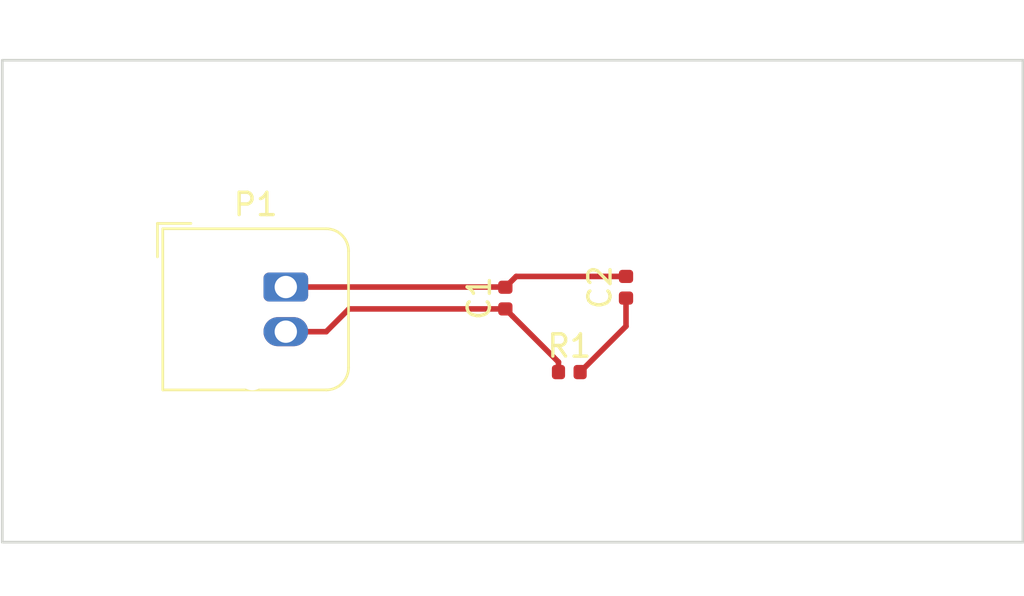
<source format=kicad_pcb>
(kicad_pcb (version 20171130) (host pcbnew 5.1.5+dfsg1-2~bpo10+1)

  (general
    (thickness 1.6)
    (drawings 6)
    (tracks 20)
    (zones 0)
    (modules 4)
    (nets 4)
  )

  (page A4)
  (layers
    (0 F.Cu signal)
    (1 GND.Cu signal)
    (2 Signal1.Cu signal)
    (3 Signal2.Cu signal)
    (4 Power.Cu signal)
    (31 B.Cu signal)
    (32 B.Adhes user)
    (33 F.Adhes user)
    (34 B.Paste user)
    (35 F.Paste user)
    (36 B.SilkS user)
    (37 F.SilkS user)
    (38 B.Mask user)
    (39 F.Mask user)
    (40 Dwgs.User user)
    (41 Cmts.User user)
    (42 Eco1.User user)
    (43 Eco2.User user)
    (44 Edge.Cuts user)
    (45 Margin user)
    (46 B.CrtYd user)
    (47 F.CrtYd user)
    (48 B.Fab user)
    (49 F.Fab user)
  )

  (setup
    (last_trace_width 0.25)
    (trace_clearance 0.2)
    (zone_clearance 0.508)
    (zone_45_only no)
    (trace_min 0.2)
    (via_size 0.8)
    (via_drill 0.4)
    (via_min_size 0.4)
    (via_min_drill 0.3)
    (uvia_size 0.3)
    (uvia_drill 0.1)
    (uvias_allowed no)
    (uvia_min_size 0.2)
    (uvia_min_drill 0.1)
    (edge_width 0.05)
    (segment_width 0.2)
    (pcb_text_width 0.3)
    (pcb_text_size 1.5 1.5)
    (mod_edge_width 0.12)
    (mod_text_size 1 1)
    (mod_text_width 0.15)
    (pad_size 1.524 1.524)
    (pad_drill 0.762)
    (pad_to_mask_clearance 0.051)
    (solder_mask_min_width 0.25)
    (aux_axis_origin 0 0)
    (visible_elements FFFFFF7F)
    (pcbplotparams
      (layerselection 0x010fc_ffffffff)
      (usegerberextensions false)
      (usegerberattributes false)
      (usegerberadvancedattributes false)
      (creategerberjobfile false)
      (excludeedgelayer true)
      (linewidth 0.100000)
      (plotframeref false)
      (viasonmask false)
      (mode 1)
      (useauxorigin false)
      (hpglpennumber 1)
      (hpglpenspeed 20)
      (hpglpendiameter 15.000000)
      (psnegative false)
      (psa4output false)
      (plotreference true)
      (plotvalue true)
      (plotinvisibletext false)
      (padsonsilk false)
      (subtractmaskfromsilk false)
      (outputformat 1)
      (mirror false)
      (drillshape 1)
      (scaleselection 1)
      (outputdirectory ""))
  )

  (net 0 "")
  (net 1 /Power/VCC)
  (net 2 GND)
  (net 3 "Net-(C2-Pad1)")

  (net_class Default "This is the default net class."
    (clearance 0.2)
    (trace_width 0.25)
    (via_dia 0.8)
    (via_drill 0.4)
    (uvia_dia 0.3)
    (uvia_drill 0.1)
    (add_net /Power/VCC)
    (add_net GND)
    (add_net "Net-(C2-Pad1)")
  )

  (module Capacitor_SMD:C_0402_1005Metric (layer F.Cu) (tedit 5B301BBE) (tstamp 5CA72801)
    (at 164.775001 80.505001 90)
    (descr "Capacitor SMD 0402 (1005 Metric), square (rectangular) end terminal, IPC_7351 nominal, (Body size source: http://www.tortai-tech.com/upload/download/2011102023233369053.pdf), generated with kicad-footprint-generator")
    (tags capacitor)
    (path /5CA71704/5CA745A6)
    (attr smd)
    (fp_text reference C1 (at 0 -1.17 90) (layer F.SilkS)
      (effects (font (size 1 1) (thickness 0.15)))
    )
    (fp_text value C (at 0 1.17 90) (layer F.Fab)
      (effects (font (size 1 1) (thickness 0.15)))
    )
    (fp_line (start -0.5 0.25) (end -0.5 -0.25) (layer F.Fab) (width 0.1))
    (fp_line (start -0.5 -0.25) (end 0.5 -0.25) (layer F.Fab) (width 0.1))
    (fp_line (start 0.5 -0.25) (end 0.5 0.25) (layer F.Fab) (width 0.1))
    (fp_line (start 0.5 0.25) (end -0.5 0.25) (layer F.Fab) (width 0.1))
    (fp_line (start -0.93 0.47) (end -0.93 -0.47) (layer F.CrtYd) (width 0.05))
    (fp_line (start -0.93 -0.47) (end 0.93 -0.47) (layer F.CrtYd) (width 0.05))
    (fp_line (start 0.93 -0.47) (end 0.93 0.47) (layer F.CrtYd) (width 0.05))
    (fp_line (start 0.93 0.47) (end -0.93 0.47) (layer F.CrtYd) (width 0.05))
    (fp_text user %R (at 0 0 90) (layer F.Fab)
      (effects (font (size 0.25 0.25) (thickness 0.04)))
    )
    (pad 1 smd roundrect (at -0.485 0 90) (size 0.59 0.64) (layers F.Cu F.Paste F.Mask) (roundrect_rratio 0.25)
      (net 1 /Power/VCC))
    (pad 2 smd roundrect (at 0.485 0 90) (size 0.59 0.64) (layers F.Cu F.Paste F.Mask) (roundrect_rratio 0.25)
      (net 2 GND))
    (model ${KIPRJMOD}/3D/C_0402_1005Metric.wrl
      (at (xyz 0 0 0))
      (scale (xyz 1 1 1))
      (rotate (xyz 0 0 0))
    )
  )

  (module Capacitor_SMD:C_0402_1005Metric (layer F.Cu) (tedit 5B301BBE) (tstamp 5CA72810)
    (at 170.18 80.020001 90)
    (descr "Capacitor SMD 0402 (1005 Metric), square (rectangular) end terminal, IPC_7351 nominal, (Body size source: http://www.tortai-tech.com/upload/download/2011102023233369053.pdf), generated with kicad-footprint-generator")
    (tags capacitor)
    (path /5CA75BC1/5CA76352)
    (attr smd)
    (fp_text reference C2 (at 0 -1.17 90) (layer F.SilkS)
      (effects (font (size 1 1) (thickness 0.15)))
    )
    (fp_text value C (at 0 1.17 90) (layer F.Fab)
      (effects (font (size 1 1) (thickness 0.15)))
    )
    (fp_text user %R (at 0 0 90) (layer F.Fab)
      (effects (font (size 0.25 0.25) (thickness 0.04)))
    )
    (fp_line (start 0.93 0.47) (end -0.93 0.47) (layer F.CrtYd) (width 0.05))
    (fp_line (start 0.93 -0.47) (end 0.93 0.47) (layer F.CrtYd) (width 0.05))
    (fp_line (start -0.93 -0.47) (end 0.93 -0.47) (layer F.CrtYd) (width 0.05))
    (fp_line (start -0.93 0.47) (end -0.93 -0.47) (layer F.CrtYd) (width 0.05))
    (fp_line (start 0.5 0.25) (end -0.5 0.25) (layer F.Fab) (width 0.1))
    (fp_line (start 0.5 -0.25) (end 0.5 0.25) (layer F.Fab) (width 0.1))
    (fp_line (start -0.5 -0.25) (end 0.5 -0.25) (layer F.Fab) (width 0.1))
    (fp_line (start -0.5 0.25) (end -0.5 -0.25) (layer F.Fab) (width 0.1))
    (pad 2 smd roundrect (at 0.485 0 90) (size 0.59 0.64) (layers F.Cu F.Paste F.Mask) (roundrect_rratio 0.25)
      (net 2 GND))
    (pad 1 smd roundrect (at -0.485 0 90) (size 0.59 0.64) (layers F.Cu F.Paste F.Mask) (roundrect_rratio 0.25)
      (net 3 "Net-(C2-Pad1)"))
    (model ${KIPRJMOD}/3D/C_0402_1005Metric.wrl
      (at (xyz 0 0 0))
      (scale (xyz 1 1 1))
      (rotate (xyz 0 0 0))
    )
  )

  (module Connector_JST:JST_JWPF_B02B-JWPF-SK-R_1x02_P2.00mm_Vertical (layer F.Cu) (tedit 5B772B89) (tstamp 5CA7282D)
    (at 154.94 80.01)
    (descr "JST JWPF series connector, B02B-JWPF-SK-R (http://www.jst-mfg.com/product/pdf/eng/eJWPF1.pdf), generated with kicad-footprint-generator")
    (tags "connector JST JWPF side entry")
    (path /5CA71704/5CA714F2)
    (fp_text reference P1 (at -1.35 -3.7) (layer F.SilkS)
      (effects (font (size 1 1) (thickness 0.15)))
    )
    (fp_text value CONN_01X02 (at -1.35 5.7) (layer F.Fab)
      (effects (font (size 1 1) (thickness 0.15)))
    )
    (fp_arc (start 1.7 -1.5) (end 1.7 -2.5) (angle 90) (layer F.Fab) (width 0.1))
    (fp_arc (start 1.7 3.5) (end 2.7 3.5) (angle 90) (layer F.Fab) (width 0.1))
    (fp_arc (start 1.81 -1.61) (end 1.81 -2.61) (angle 90) (layer F.SilkS) (width 0.12))
    (fp_arc (start 1.81 3.61) (end 2.81 3.61) (angle 90) (layer F.SilkS) (width 0.12))
    (fp_line (start -5.9 -3) (end -5.9 5) (layer F.CrtYd) (width 0.05))
    (fp_line (start -5.9 5) (end 3.2 5) (layer F.CrtYd) (width 0.05))
    (fp_line (start 3.2 5) (end 3.2 -3) (layer F.CrtYd) (width 0.05))
    (fp_line (start 3.2 -3) (end -5.9 -3) (layer F.CrtYd) (width 0.05))
    (fp_line (start 1.7 -2.5) (end -5.4 -2.5) (layer F.Fab) (width 0.1))
    (fp_line (start -5.4 -2.5) (end -5.4 4.5) (layer F.Fab) (width 0.1))
    (fp_line (start -5.4 4.5) (end 1.7 4.5) (layer F.Fab) (width 0.1))
    (fp_line (start 2.7 -1.5) (end 2.7 3.5) (layer F.Fab) (width 0.1))
    (fp_line (start 1.81 -2.61) (end -5.51 -2.61) (layer F.SilkS) (width 0.12))
    (fp_line (start -5.51 -2.61) (end -5.51 4.61) (layer F.SilkS) (width 0.12))
    (fp_line (start -5.51 4.61) (end 1.81 4.61) (layer F.SilkS) (width 0.12))
    (fp_line (start 2.81 -1.61) (end 2.81 3.61) (layer F.SilkS) (width 0.12))
    (fp_line (start -5.75 -1.35) (end -5.75 -2.85) (layer F.SilkS) (width 0.12))
    (fp_line (start -5.75 -2.85) (end -4.25 -2.85) (layer F.SilkS) (width 0.12))
    (fp_line (start -0.375 -1.9) (end 0.375 -1.9) (layer F.Fab) (width 0.1))
    (fp_line (start 0.375 -1.9) (end 0 -1.15) (layer F.Fab) (width 0.1))
    (fp_line (start 0 -1.15) (end -0.375 -1.9) (layer F.Fab) (width 0.1))
    (fp_text user %R (at -4.7 1 90) (layer F.Fab)
      (effects (font (size 1 1) (thickness 0.15)))
    )
    (pad 1 thru_hole roundrect (at 0 0) (size 2 1.3) (drill 1) (layers *.Cu *.Mask) (roundrect_rratio 0.192308)
      (net 2 GND))
    (pad 2 thru_hole oval (at 0 2) (size 2 1.3) (drill 1) (layers *.Cu *.Mask)
      (net 1 /Power/VCC))
    (pad "" np_thru_hole circle (at -1.5 4.05) (size 1.15 1.15) (drill 1.15) (layers *.Cu *.Mask))
    (model ${KIPRJMOD}/3D/B02B-JWPF-SK-R.step
      (offset (xyz -3.2 -4.5 -8))
      (scale (xyz 1 1 1))
      (rotate (xyz 0 0 -90))
    )
  )

  (module Resistor_SMD:R_0402_1005Metric (layer F.Cu) (tedit 5B301BBD) (tstamp 5CA7283C)
    (at 167.64 83.82)
    (descr "Resistor SMD 0402 (1005 Metric), square (rectangular) end terminal, IPC_7351 nominal, (Body size source: http://www.tortai-tech.com/upload/download/2011102023233369053.pdf), generated with kicad-footprint-generator")
    (tags resistor)
    (path /5CA75BC1/5CA75C86)
    (attr smd)
    (fp_text reference R1 (at 0 -1.17) (layer F.SilkS)
      (effects (font (size 1 1) (thickness 0.15)))
    )
    (fp_text value R (at 0 1.17) (layer F.Fab)
      (effects (font (size 1 1) (thickness 0.15)))
    )
    (fp_line (start -0.5 0.25) (end -0.5 -0.25) (layer F.Fab) (width 0.1))
    (fp_line (start -0.5 -0.25) (end 0.5 -0.25) (layer F.Fab) (width 0.1))
    (fp_line (start 0.5 -0.25) (end 0.5 0.25) (layer F.Fab) (width 0.1))
    (fp_line (start 0.5 0.25) (end -0.5 0.25) (layer F.Fab) (width 0.1))
    (fp_line (start -0.93 0.47) (end -0.93 -0.47) (layer F.CrtYd) (width 0.05))
    (fp_line (start -0.93 -0.47) (end 0.93 -0.47) (layer F.CrtYd) (width 0.05))
    (fp_line (start 0.93 -0.47) (end 0.93 0.47) (layer F.CrtYd) (width 0.05))
    (fp_line (start 0.93 0.47) (end -0.93 0.47) (layer F.CrtYd) (width 0.05))
    (fp_text user %R (at 0 0) (layer F.Fab)
      (effects (font (size 0.25 0.25) (thickness 0.04)))
    )
    (pad 1 smd roundrect (at -0.485 0) (size 0.59 0.64) (layers F.Cu F.Paste F.Mask) (roundrect_rratio 0.25)
      (net 1 /Power/VCC))
    (pad 2 smd roundrect (at 0.485 0) (size 0.59 0.64) (layers F.Cu F.Paste F.Mask) (roundrect_rratio 0.25)
      (net 3 "Net-(C2-Pad1)"))
    (model ${KIPRJMOD}/3D/R_0402_1005Metric.wrl
      (at (xyz 0 0 0))
      (scale (xyz 1 1 1))
      (rotate (xyz 0 0 0))
    )
  )

  (gr_text "Text in Cmts.User" (at 149 93) (layer Cmts.User)
    (effects (font (size 1 1) (thickness 0.15)))
  )
  (gr_text "Text in Dwgs.User" (at 149 68) (layer Dwgs.User)
    (effects (font (size 1 1) (thickness 0.15)))
  )
  (gr_line (start 187.96 69.85) (end 142.24 69.85) (layer Edge.Cuts) (width 0.12))
  (gr_line (start 187.96 91.44) (end 187.96 69.85) (layer Edge.Cuts) (width 0.12))
  (gr_line (start 142.24 91.44) (end 187.96 91.44) (layer Edge.Cuts) (width 0.12))
  (gr_line (start 142.24 69.85) (end 142.24 91.44) (layer Edge.Cuts) (width 0.12))

  (segment (start 160 73) (end 180 73) (width 0.25) (layer GND.Cu) (net 0))
  (segment (start 180 73) (end 180 88) (width 0.25) (layer GND.Cu) (net 0))
  (segment (start 180 88) (end 160 88) (width 0.25) (layer Signal1.Cu) (net 0))
  (segment (start 160 88) (end 160 73) (width 0.25) (layer Signal1.Cu) (net 0))
  (segment (start 161 87) (end 179 87) (width 0.25) (layer Signal2.Cu) (net 0))
  (segment (start 179 87) (end 179 74) (width 0.25) (layer Signal2.Cu) (net 0))
  (segment (start 161 74) (end 179 74) (width 0.25) (layer Power.Cu) (net 0))
  (segment (start 161 74) (end 161 87) (width 0.25) (layer Power.Cu) (net 0))
  (segment (start 167.155 83.37) (end 165.1 81.315) (width 0.25) (layer F.Cu) (net 1))
  (segment (start 167.155 83.82) (end 167.155 83.37) (width 0.25) (layer F.Cu) (net 1))
  (segment (start 165.1 81.315) (end 164.775001 80.990001) (width 0.25) (layer F.Cu) (net 1))
  (segment (start 164.775001 80.990001) (end 157.769999 80.990001) (width 0.25) (layer F.Cu) (net 1))
  (segment (start 156.75 82.01) (end 154.94 82.01) (width 0.25) (layer F.Cu) (net 1))
  (segment (start 157.769999 80.990001) (end 156.75 82.01) (width 0.25) (layer F.Cu) (net 1))
  (segment (start 164.765 80.01) (end 164.775001 80.020001) (width 0.25) (layer F.Cu) (net 2))
  (segment (start 154.94 80.01) (end 164.765 80.01) (width 0.25) (layer F.Cu) (net 2))
  (segment (start 165.260001 79.535001) (end 170.18 79.535001) (width 0.25) (layer F.Cu) (net 2))
  (segment (start 164.775001 80.020001) (end 165.260001 79.535001) (width 0.25) (layer F.Cu) (net 2))
  (segment (start 170.18 81.765) (end 168.125 83.82) (width 0.25) (layer F.Cu) (net 3))
  (segment (start 170.18 80.505001) (end 170.18 81.765) (width 0.25) (layer F.Cu) (net 3))

)

</source>
